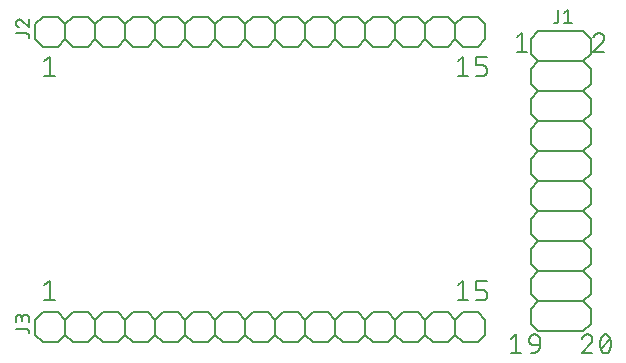
<source format=gbr>
G04 EAGLE Gerber RS-274X export*
G75*
%MOMM*%
%FSLAX34Y34*%
%LPD*%
%INSilkscreen Top*%
%IPPOS*%
%AMOC8*
5,1,8,0,0,1.08239X$1,22.5*%
G01*
%ADD10C,0.152400*%
%ADD11C,0.127000*%


D10*
X45762Y263406D02*
X50278Y267018D01*
X50278Y250762D01*
X54793Y250762D02*
X45762Y250762D01*
X50278Y77018D02*
X45762Y73406D01*
X50278Y77018D02*
X50278Y60762D01*
X54793Y60762D02*
X45762Y60762D01*
X395762Y263406D02*
X400278Y267018D01*
X400278Y250762D01*
X404793Y250762D02*
X395762Y250762D01*
X411393Y250762D02*
X416812Y250762D01*
X416930Y250764D01*
X417048Y250770D01*
X417166Y250779D01*
X417283Y250793D01*
X417400Y250810D01*
X417517Y250831D01*
X417632Y250856D01*
X417747Y250885D01*
X417861Y250918D01*
X417973Y250954D01*
X418084Y250994D01*
X418194Y251037D01*
X418303Y251084D01*
X418410Y251134D01*
X418515Y251189D01*
X418618Y251246D01*
X418719Y251307D01*
X418819Y251371D01*
X418916Y251438D01*
X419011Y251508D01*
X419103Y251582D01*
X419194Y251658D01*
X419281Y251738D01*
X419366Y251820D01*
X419448Y251905D01*
X419528Y251992D01*
X419604Y252083D01*
X419678Y252175D01*
X419748Y252270D01*
X419815Y252367D01*
X419879Y252467D01*
X419940Y252568D01*
X419997Y252671D01*
X420052Y252776D01*
X420102Y252883D01*
X420149Y252992D01*
X420192Y253102D01*
X420232Y253213D01*
X420268Y253325D01*
X420301Y253439D01*
X420330Y253554D01*
X420355Y253669D01*
X420376Y253786D01*
X420393Y253903D01*
X420407Y254020D01*
X420416Y254138D01*
X420422Y254256D01*
X420424Y254374D01*
X420424Y256181D01*
X420422Y256299D01*
X420416Y256417D01*
X420407Y256535D01*
X420393Y256652D01*
X420376Y256769D01*
X420355Y256886D01*
X420330Y257001D01*
X420301Y257116D01*
X420268Y257230D01*
X420232Y257342D01*
X420192Y257453D01*
X420149Y257563D01*
X420102Y257672D01*
X420052Y257779D01*
X419997Y257884D01*
X419940Y257987D01*
X419879Y258088D01*
X419815Y258188D01*
X419748Y258285D01*
X419678Y258380D01*
X419604Y258472D01*
X419528Y258563D01*
X419448Y258650D01*
X419366Y258735D01*
X419281Y258817D01*
X419194Y258897D01*
X419103Y258973D01*
X419011Y259047D01*
X418916Y259117D01*
X418819Y259184D01*
X418719Y259248D01*
X418618Y259309D01*
X418515Y259366D01*
X418410Y259421D01*
X418303Y259471D01*
X418194Y259518D01*
X418084Y259561D01*
X417973Y259601D01*
X417861Y259637D01*
X417747Y259670D01*
X417632Y259699D01*
X417517Y259724D01*
X417400Y259745D01*
X417283Y259762D01*
X417166Y259776D01*
X417048Y259785D01*
X416930Y259791D01*
X416812Y259793D01*
X411393Y259793D01*
X411393Y267018D01*
X420424Y267018D01*
X400278Y77018D02*
X395762Y73406D01*
X400278Y77018D02*
X400278Y60762D01*
X404793Y60762D02*
X395762Y60762D01*
X411393Y60762D02*
X416812Y60762D01*
X416930Y60764D01*
X417048Y60770D01*
X417166Y60779D01*
X417283Y60793D01*
X417400Y60810D01*
X417517Y60831D01*
X417632Y60856D01*
X417747Y60885D01*
X417861Y60918D01*
X417973Y60954D01*
X418084Y60994D01*
X418194Y61037D01*
X418303Y61084D01*
X418410Y61134D01*
X418515Y61189D01*
X418618Y61246D01*
X418719Y61307D01*
X418819Y61371D01*
X418916Y61438D01*
X419011Y61508D01*
X419103Y61582D01*
X419194Y61658D01*
X419281Y61738D01*
X419366Y61820D01*
X419448Y61905D01*
X419528Y61992D01*
X419604Y62083D01*
X419678Y62175D01*
X419748Y62270D01*
X419815Y62367D01*
X419879Y62467D01*
X419940Y62568D01*
X419997Y62671D01*
X420052Y62776D01*
X420102Y62883D01*
X420149Y62992D01*
X420192Y63102D01*
X420232Y63213D01*
X420268Y63325D01*
X420301Y63439D01*
X420330Y63554D01*
X420355Y63669D01*
X420376Y63786D01*
X420393Y63903D01*
X420407Y64020D01*
X420416Y64138D01*
X420422Y64256D01*
X420424Y64374D01*
X420424Y66181D01*
X420422Y66299D01*
X420416Y66417D01*
X420407Y66535D01*
X420393Y66652D01*
X420376Y66769D01*
X420355Y66886D01*
X420330Y67001D01*
X420301Y67116D01*
X420268Y67230D01*
X420232Y67342D01*
X420192Y67453D01*
X420149Y67563D01*
X420102Y67672D01*
X420052Y67779D01*
X419997Y67884D01*
X419940Y67987D01*
X419879Y68088D01*
X419815Y68188D01*
X419748Y68285D01*
X419678Y68380D01*
X419604Y68472D01*
X419528Y68563D01*
X419448Y68650D01*
X419366Y68735D01*
X419281Y68817D01*
X419194Y68897D01*
X419103Y68973D01*
X419011Y69047D01*
X418916Y69117D01*
X418819Y69184D01*
X418719Y69248D01*
X418618Y69309D01*
X418515Y69366D01*
X418410Y69421D01*
X418303Y69471D01*
X418194Y69518D01*
X418084Y69561D01*
X417973Y69601D01*
X417861Y69637D01*
X417747Y69670D01*
X417632Y69699D01*
X417517Y69724D01*
X417400Y69745D01*
X417283Y69762D01*
X417166Y69776D01*
X417048Y69785D01*
X416930Y69791D01*
X416812Y69793D01*
X411393Y69793D01*
X411393Y77018D01*
X420424Y77018D01*
X519793Y282954D02*
X519791Y283079D01*
X519785Y283204D01*
X519776Y283329D01*
X519762Y283453D01*
X519745Y283577D01*
X519724Y283701D01*
X519699Y283823D01*
X519670Y283945D01*
X519638Y284066D01*
X519602Y284186D01*
X519562Y284305D01*
X519519Y284422D01*
X519472Y284538D01*
X519421Y284653D01*
X519367Y284765D01*
X519309Y284877D01*
X519249Y284986D01*
X519184Y285093D01*
X519117Y285199D01*
X519046Y285302D01*
X518972Y285403D01*
X518895Y285502D01*
X518815Y285598D01*
X518732Y285692D01*
X518647Y285783D01*
X518558Y285872D01*
X518467Y285957D01*
X518373Y286040D01*
X518277Y286120D01*
X518178Y286197D01*
X518077Y286271D01*
X517974Y286342D01*
X517868Y286409D01*
X517761Y286474D01*
X517652Y286534D01*
X517540Y286592D01*
X517428Y286646D01*
X517313Y286697D01*
X517197Y286744D01*
X517080Y286787D01*
X516961Y286827D01*
X516841Y286863D01*
X516720Y286895D01*
X516598Y286924D01*
X516476Y286949D01*
X516352Y286970D01*
X516228Y286987D01*
X516104Y287001D01*
X515979Y287010D01*
X515854Y287016D01*
X515729Y287018D01*
X515586Y287016D01*
X515444Y287010D01*
X515301Y287000D01*
X515159Y286987D01*
X515018Y286969D01*
X514876Y286948D01*
X514736Y286923D01*
X514596Y286894D01*
X514457Y286861D01*
X514319Y286824D01*
X514182Y286784D01*
X514047Y286740D01*
X513912Y286692D01*
X513779Y286640D01*
X513647Y286585D01*
X513517Y286526D01*
X513389Y286464D01*
X513262Y286398D01*
X513137Y286329D01*
X513014Y286257D01*
X512894Y286181D01*
X512775Y286102D01*
X512658Y286019D01*
X512544Y285934D01*
X512432Y285845D01*
X512323Y285754D01*
X512216Y285659D01*
X512111Y285562D01*
X512010Y285461D01*
X511911Y285358D01*
X511815Y285253D01*
X511722Y285144D01*
X511632Y285033D01*
X511545Y284920D01*
X511461Y284805D01*
X511381Y284687D01*
X511303Y284567D01*
X511229Y284445D01*
X511159Y284321D01*
X511091Y284195D01*
X511028Y284067D01*
X510967Y283938D01*
X510910Y283807D01*
X510857Y283675D01*
X510808Y283541D01*
X510762Y283406D01*
X518438Y279793D02*
X518532Y279885D01*
X518622Y279979D01*
X518710Y280076D01*
X518795Y280176D01*
X518877Y280278D01*
X518956Y280383D01*
X519031Y280490D01*
X519103Y280599D01*
X519172Y280710D01*
X519238Y280824D01*
X519300Y280939D01*
X519359Y281056D01*
X519414Y281175D01*
X519465Y281295D01*
X519513Y281417D01*
X519558Y281540D01*
X519598Y281664D01*
X519635Y281790D01*
X519668Y281917D01*
X519697Y282044D01*
X519723Y282173D01*
X519744Y282302D01*
X519762Y282432D01*
X519775Y282562D01*
X519785Y282692D01*
X519791Y282823D01*
X519793Y282954D01*
X518438Y279793D02*
X510762Y270762D01*
X519793Y270762D01*
X505729Y32018D02*
X505854Y32016D01*
X505979Y32010D01*
X506104Y32001D01*
X506228Y31987D01*
X506352Y31970D01*
X506476Y31949D01*
X506598Y31924D01*
X506720Y31895D01*
X506841Y31863D01*
X506961Y31827D01*
X507080Y31787D01*
X507197Y31744D01*
X507313Y31697D01*
X507428Y31646D01*
X507540Y31592D01*
X507652Y31534D01*
X507761Y31474D01*
X507868Y31409D01*
X507974Y31342D01*
X508077Y31271D01*
X508178Y31197D01*
X508277Y31120D01*
X508373Y31040D01*
X508467Y30957D01*
X508558Y30872D01*
X508647Y30783D01*
X508732Y30692D01*
X508815Y30598D01*
X508895Y30502D01*
X508972Y30403D01*
X509046Y30302D01*
X509117Y30199D01*
X509184Y30093D01*
X509249Y29986D01*
X509309Y29877D01*
X509367Y29765D01*
X509421Y29653D01*
X509472Y29538D01*
X509519Y29422D01*
X509562Y29305D01*
X509602Y29186D01*
X509638Y29066D01*
X509670Y28945D01*
X509699Y28823D01*
X509724Y28701D01*
X509745Y28577D01*
X509762Y28453D01*
X509776Y28329D01*
X509785Y28204D01*
X509791Y28079D01*
X509793Y27954D01*
X505729Y32018D02*
X505586Y32016D01*
X505444Y32010D01*
X505301Y32000D01*
X505159Y31987D01*
X505018Y31969D01*
X504876Y31948D01*
X504736Y31923D01*
X504596Y31894D01*
X504457Y31861D01*
X504319Y31824D01*
X504182Y31784D01*
X504047Y31740D01*
X503912Y31692D01*
X503779Y31640D01*
X503647Y31585D01*
X503517Y31526D01*
X503389Y31464D01*
X503262Y31398D01*
X503137Y31329D01*
X503014Y31257D01*
X502894Y31181D01*
X502775Y31102D01*
X502658Y31019D01*
X502544Y30934D01*
X502432Y30845D01*
X502323Y30754D01*
X502216Y30659D01*
X502111Y30562D01*
X502010Y30461D01*
X501911Y30358D01*
X501815Y30253D01*
X501722Y30144D01*
X501632Y30033D01*
X501545Y29920D01*
X501461Y29805D01*
X501381Y29687D01*
X501303Y29567D01*
X501229Y29445D01*
X501159Y29321D01*
X501091Y29195D01*
X501028Y29067D01*
X500967Y28938D01*
X500910Y28807D01*
X500857Y28675D01*
X500808Y28541D01*
X500762Y28406D01*
X508438Y24793D02*
X508532Y24885D01*
X508622Y24979D01*
X508710Y25076D01*
X508795Y25176D01*
X508877Y25278D01*
X508956Y25383D01*
X509031Y25490D01*
X509103Y25599D01*
X509172Y25710D01*
X509238Y25824D01*
X509300Y25939D01*
X509359Y26056D01*
X509414Y26175D01*
X509465Y26295D01*
X509513Y26417D01*
X509558Y26540D01*
X509598Y26664D01*
X509635Y26790D01*
X509668Y26917D01*
X509697Y27044D01*
X509723Y27173D01*
X509744Y27302D01*
X509762Y27432D01*
X509775Y27562D01*
X509785Y27692D01*
X509791Y27823D01*
X509793Y27954D01*
X508438Y24793D02*
X500762Y15762D01*
X509793Y15762D01*
X516393Y23890D02*
X516397Y24210D01*
X516408Y24529D01*
X516427Y24849D01*
X516454Y25167D01*
X516488Y25485D01*
X516530Y25802D01*
X516580Y26118D01*
X516637Y26433D01*
X516701Y26746D01*
X516773Y27058D01*
X516852Y27368D01*
X516939Y27675D01*
X517033Y27981D01*
X517134Y28284D01*
X517243Y28585D01*
X517358Y28883D01*
X517481Y29179D01*
X517611Y29471D01*
X517748Y29760D01*
X517748Y29761D02*
X517787Y29869D01*
X517830Y29976D01*
X517876Y30081D01*
X517927Y30185D01*
X517980Y30287D01*
X518037Y30387D01*
X518098Y30485D01*
X518162Y30580D01*
X518229Y30674D01*
X518300Y30765D01*
X518373Y30854D01*
X518450Y30940D01*
X518529Y31023D01*
X518611Y31104D01*
X518696Y31182D01*
X518784Y31256D01*
X518874Y31328D01*
X518966Y31396D01*
X519061Y31462D01*
X519158Y31524D01*
X519257Y31582D01*
X519359Y31638D01*
X519461Y31689D01*
X519566Y31737D01*
X519672Y31782D01*
X519780Y31823D01*
X519889Y31860D01*
X519999Y31893D01*
X520111Y31922D01*
X520223Y31948D01*
X520336Y31970D01*
X520450Y31987D01*
X520564Y32001D01*
X520679Y32011D01*
X520794Y32017D01*
X520909Y32019D01*
X520909Y32018D02*
X521024Y32016D01*
X521139Y32010D01*
X521254Y32000D01*
X521368Y31986D01*
X521482Y31969D01*
X521595Y31947D01*
X521707Y31921D01*
X521819Y31892D01*
X521929Y31859D01*
X522038Y31822D01*
X522146Y31781D01*
X522252Y31736D01*
X522357Y31688D01*
X522459Y31637D01*
X522560Y31581D01*
X522660Y31523D01*
X522757Y31461D01*
X522851Y31396D01*
X522944Y31327D01*
X523034Y31255D01*
X523122Y31181D01*
X523207Y31103D01*
X523289Y31022D01*
X523368Y30939D01*
X523445Y30853D01*
X523518Y30764D01*
X523589Y30673D01*
X523656Y30579D01*
X523720Y30484D01*
X523781Y30386D01*
X523838Y30286D01*
X523891Y30184D01*
X523942Y30080D01*
X523988Y29975D01*
X524031Y29868D01*
X524070Y29760D01*
X524069Y29760D02*
X524206Y29471D01*
X524336Y29179D01*
X524459Y28883D01*
X524574Y28585D01*
X524683Y28284D01*
X524784Y27981D01*
X524878Y27675D01*
X524965Y27368D01*
X525044Y27058D01*
X525116Y26746D01*
X525180Y26433D01*
X525237Y26118D01*
X525287Y25802D01*
X525329Y25485D01*
X525363Y25167D01*
X525390Y24849D01*
X525409Y24529D01*
X525420Y24210D01*
X525424Y23890D01*
X516394Y23890D02*
X516398Y23570D01*
X516409Y23251D01*
X516428Y22931D01*
X516455Y22613D01*
X516489Y22295D01*
X516531Y21978D01*
X516581Y21662D01*
X516638Y21347D01*
X516702Y21034D01*
X516774Y20722D01*
X516853Y20412D01*
X516940Y20105D01*
X517034Y19799D01*
X517135Y19496D01*
X517244Y19195D01*
X517359Y18897D01*
X517482Y18601D01*
X517612Y18309D01*
X517749Y18020D01*
X517748Y18020D02*
X517787Y17912D01*
X517830Y17805D01*
X517876Y17700D01*
X517927Y17596D01*
X517980Y17494D01*
X518037Y17394D01*
X518098Y17296D01*
X518162Y17201D01*
X518229Y17107D01*
X518300Y17016D01*
X518373Y16927D01*
X518450Y16841D01*
X518529Y16758D01*
X518611Y16677D01*
X518696Y16599D01*
X518784Y16525D01*
X518874Y16453D01*
X518967Y16384D01*
X519061Y16319D01*
X519158Y16257D01*
X519258Y16199D01*
X519359Y16143D01*
X519461Y16092D01*
X519566Y16044D01*
X519672Y15999D01*
X519780Y15958D01*
X519889Y15921D01*
X519999Y15888D01*
X520111Y15859D01*
X520223Y15833D01*
X520336Y15811D01*
X520450Y15794D01*
X520564Y15780D01*
X520679Y15770D01*
X520794Y15764D01*
X520909Y15762D01*
X524069Y18020D02*
X524206Y18309D01*
X524336Y18601D01*
X524459Y18897D01*
X524574Y19195D01*
X524683Y19496D01*
X524784Y19799D01*
X524878Y20105D01*
X524965Y20412D01*
X525044Y20722D01*
X525116Y21034D01*
X525180Y21347D01*
X525237Y21662D01*
X525287Y21978D01*
X525329Y22295D01*
X525363Y22613D01*
X525390Y22931D01*
X525409Y23251D01*
X525420Y23570D01*
X525424Y23890D01*
X524070Y18020D02*
X524031Y17912D01*
X523988Y17805D01*
X523942Y17700D01*
X523891Y17596D01*
X523838Y17494D01*
X523781Y17394D01*
X523720Y17296D01*
X523656Y17201D01*
X523589Y17107D01*
X523518Y17016D01*
X523445Y16927D01*
X523368Y16841D01*
X523289Y16758D01*
X523207Y16677D01*
X523122Y16599D01*
X523034Y16525D01*
X522944Y16453D01*
X522851Y16384D01*
X522757Y16319D01*
X522660Y16257D01*
X522560Y16199D01*
X522459Y16143D01*
X522356Y16092D01*
X522252Y16044D01*
X522146Y15999D01*
X522038Y15958D01*
X521929Y15921D01*
X521819Y15888D01*
X521707Y15859D01*
X521595Y15833D01*
X521482Y15811D01*
X521368Y15794D01*
X521254Y15780D01*
X521139Y15770D01*
X521024Y15764D01*
X520909Y15762D01*
X517296Y19374D02*
X524521Y28406D01*
X445278Y32018D02*
X440762Y28406D01*
X445278Y32018D02*
X445278Y15762D01*
X449793Y15762D02*
X440762Y15762D01*
X460006Y22987D02*
X465424Y22987D01*
X460006Y22987D02*
X459888Y22989D01*
X459770Y22995D01*
X459652Y23004D01*
X459535Y23018D01*
X459418Y23035D01*
X459301Y23056D01*
X459186Y23081D01*
X459071Y23110D01*
X458957Y23143D01*
X458845Y23179D01*
X458734Y23219D01*
X458624Y23262D01*
X458515Y23309D01*
X458408Y23359D01*
X458303Y23414D01*
X458200Y23471D01*
X458099Y23532D01*
X457999Y23596D01*
X457902Y23663D01*
X457807Y23733D01*
X457715Y23807D01*
X457624Y23883D01*
X457537Y23963D01*
X457452Y24045D01*
X457370Y24130D01*
X457290Y24217D01*
X457214Y24308D01*
X457140Y24400D01*
X457070Y24495D01*
X457003Y24592D01*
X456939Y24692D01*
X456878Y24793D01*
X456821Y24896D01*
X456766Y25001D01*
X456716Y25108D01*
X456669Y25217D01*
X456626Y25327D01*
X456586Y25438D01*
X456550Y25550D01*
X456517Y25664D01*
X456488Y25779D01*
X456463Y25894D01*
X456442Y26011D01*
X456425Y26128D01*
X456411Y26245D01*
X456402Y26363D01*
X456396Y26481D01*
X456394Y26599D01*
X456393Y26599D02*
X456393Y27502D01*
X456395Y27635D01*
X456401Y27767D01*
X456411Y27899D01*
X456424Y28031D01*
X456442Y28163D01*
X456463Y28293D01*
X456488Y28424D01*
X456517Y28553D01*
X456550Y28681D01*
X456586Y28809D01*
X456626Y28935D01*
X456670Y29060D01*
X456718Y29184D01*
X456769Y29306D01*
X456824Y29427D01*
X456882Y29546D01*
X456944Y29664D01*
X457009Y29779D01*
X457078Y29893D01*
X457149Y30004D01*
X457225Y30113D01*
X457303Y30220D01*
X457384Y30325D01*
X457469Y30427D01*
X457556Y30527D01*
X457646Y30624D01*
X457739Y30719D01*
X457835Y30810D01*
X457933Y30899D01*
X458034Y30985D01*
X458138Y31068D01*
X458244Y31148D01*
X458352Y31224D01*
X458462Y31298D01*
X458575Y31368D01*
X458689Y31435D01*
X458806Y31498D01*
X458924Y31558D01*
X459044Y31615D01*
X459166Y31668D01*
X459289Y31717D01*
X459413Y31763D01*
X459539Y31805D01*
X459666Y31843D01*
X459794Y31878D01*
X459923Y31909D01*
X460052Y31936D01*
X460183Y31959D01*
X460314Y31979D01*
X460446Y31994D01*
X460578Y32006D01*
X460710Y32014D01*
X460843Y32018D01*
X460975Y32018D01*
X461108Y32014D01*
X461240Y32006D01*
X461372Y31994D01*
X461504Y31979D01*
X461635Y31959D01*
X461766Y31936D01*
X461895Y31909D01*
X462024Y31878D01*
X462152Y31843D01*
X462279Y31805D01*
X462405Y31763D01*
X462529Y31717D01*
X462652Y31668D01*
X462774Y31615D01*
X462894Y31558D01*
X463012Y31498D01*
X463129Y31435D01*
X463243Y31368D01*
X463356Y31298D01*
X463466Y31224D01*
X463574Y31148D01*
X463680Y31068D01*
X463784Y30985D01*
X463885Y30899D01*
X463983Y30810D01*
X464079Y30719D01*
X464172Y30624D01*
X464262Y30527D01*
X464349Y30427D01*
X464434Y30325D01*
X464515Y30220D01*
X464593Y30113D01*
X464669Y30004D01*
X464740Y29893D01*
X464809Y29779D01*
X464874Y29664D01*
X464936Y29546D01*
X464994Y29427D01*
X465049Y29306D01*
X465100Y29184D01*
X465148Y29060D01*
X465192Y28935D01*
X465232Y28809D01*
X465268Y28681D01*
X465301Y28553D01*
X465330Y28424D01*
X465355Y28293D01*
X465376Y28163D01*
X465394Y28031D01*
X465407Y27899D01*
X465417Y27767D01*
X465423Y27635D01*
X465425Y27502D01*
X465424Y27502D02*
X465424Y22987D01*
X465422Y22812D01*
X465416Y22638D01*
X465405Y22464D01*
X465390Y22290D01*
X465371Y22116D01*
X465348Y21943D01*
X465321Y21771D01*
X465289Y21599D01*
X465254Y21428D01*
X465214Y21258D01*
X465170Y21089D01*
X465122Y20921D01*
X465070Y20754D01*
X465014Y20589D01*
X464954Y20425D01*
X464891Y20262D01*
X464823Y20102D01*
X464751Y19942D01*
X464676Y19785D01*
X464596Y19629D01*
X464513Y19476D01*
X464427Y19324D01*
X464336Y19175D01*
X464242Y19028D01*
X464145Y18883D01*
X464044Y18740D01*
X463940Y18600D01*
X463832Y18463D01*
X463721Y18328D01*
X463607Y18196D01*
X463490Y18067D01*
X463369Y17940D01*
X463246Y17817D01*
X463119Y17696D01*
X462990Y17579D01*
X462858Y17465D01*
X462723Y17354D01*
X462586Y17246D01*
X462446Y17142D01*
X462303Y17041D01*
X462158Y16944D01*
X462011Y16850D01*
X461862Y16759D01*
X461710Y16673D01*
X461557Y16590D01*
X461401Y16510D01*
X461244Y16435D01*
X461084Y16363D01*
X460924Y16295D01*
X460761Y16232D01*
X460597Y16172D01*
X460432Y16116D01*
X460265Y16064D01*
X460097Y16016D01*
X459928Y15972D01*
X459758Y15932D01*
X459587Y15897D01*
X459415Y15865D01*
X459243Y15838D01*
X459070Y15815D01*
X458896Y15796D01*
X458722Y15781D01*
X458548Y15770D01*
X458374Y15764D01*
X458199Y15762D01*
X445762Y283406D02*
X450278Y287018D01*
X450278Y270762D01*
X454793Y270762D02*
X445762Y270762D01*
X457700Y282350D02*
X464050Y288700D01*
X457700Y269650D02*
X464050Y263300D01*
X457700Y256950D01*
X457700Y244250D02*
X464050Y237900D01*
X457700Y231550D01*
X457700Y218850D02*
X464050Y212500D01*
X457700Y206150D01*
X457700Y193450D02*
X464050Y187100D01*
X457700Y180750D01*
X457700Y168050D02*
X464050Y161700D01*
X457700Y155350D01*
X457700Y142650D02*
X464050Y136300D01*
X464050Y288700D02*
X502150Y288700D01*
X508500Y282350D01*
X508500Y269650D01*
X502150Y263300D01*
X508500Y256950D01*
X508500Y244250D01*
X502150Y237900D01*
X508500Y231550D01*
X508500Y218850D01*
X502150Y212500D01*
X508500Y206150D01*
X508500Y193450D01*
X502150Y187100D01*
X508500Y180750D01*
X508500Y168050D01*
X502150Y161700D01*
X508500Y155350D01*
X508500Y142650D01*
X502150Y136300D01*
X508500Y129950D01*
X508500Y117250D01*
X502150Y110900D01*
X508500Y104550D01*
X508500Y91850D01*
X502150Y85500D01*
X508500Y79150D01*
X508500Y66450D01*
X502150Y60100D01*
X464050Y60100D02*
X457700Y66450D01*
X457700Y79150D02*
X464050Y85500D01*
X457700Y91850D01*
X457700Y104550D02*
X464050Y110900D01*
X457700Y117250D01*
X457700Y129950D02*
X464050Y136300D01*
X464050Y263300D02*
X502150Y263300D01*
X502150Y237900D02*
X464050Y237900D01*
X464050Y212500D02*
X502150Y212500D01*
X502150Y187100D02*
X464050Y187100D01*
X464050Y161700D02*
X502150Y161700D01*
X502150Y136300D02*
X464050Y136300D01*
X464050Y110900D02*
X502150Y110900D01*
X502150Y85500D02*
X464050Y85500D01*
X464050Y60100D02*
X502150Y60100D01*
X457700Y66450D02*
X457700Y79150D01*
X457700Y91850D02*
X457700Y104550D01*
X457700Y117250D02*
X457700Y129950D01*
X457700Y142650D02*
X457700Y155350D01*
X457700Y168050D02*
X457700Y180750D01*
X457700Y193450D02*
X457700Y206150D01*
X457700Y218850D02*
X457700Y231550D01*
X457700Y244250D02*
X457700Y256950D01*
X457700Y269650D02*
X457700Y282350D01*
X502150Y60100D02*
X508500Y53750D01*
X508500Y41050D01*
X502150Y34700D01*
X464050Y34700D02*
X457700Y41050D01*
X457700Y53750D02*
X464050Y60100D01*
X464050Y34700D02*
X502150Y34700D01*
X457700Y41050D02*
X457700Y53750D01*
D11*
X480745Y298025D02*
X480745Y306915D01*
X480745Y298025D02*
X480743Y297925D01*
X480737Y297826D01*
X480727Y297726D01*
X480714Y297628D01*
X480696Y297529D01*
X480675Y297432D01*
X480650Y297336D01*
X480621Y297240D01*
X480588Y297146D01*
X480552Y297053D01*
X480512Y296962D01*
X480468Y296872D01*
X480421Y296784D01*
X480371Y296698D01*
X480317Y296614D01*
X480260Y296532D01*
X480200Y296453D01*
X480136Y296375D01*
X480070Y296301D01*
X480001Y296229D01*
X479929Y296160D01*
X479855Y296094D01*
X479777Y296030D01*
X479698Y295970D01*
X479616Y295913D01*
X479532Y295859D01*
X479446Y295809D01*
X479358Y295762D01*
X479268Y295718D01*
X479177Y295678D01*
X479084Y295642D01*
X478990Y295609D01*
X478894Y295580D01*
X478798Y295555D01*
X478701Y295534D01*
X478602Y295516D01*
X478504Y295503D01*
X478404Y295493D01*
X478305Y295487D01*
X478205Y295485D01*
X476935Y295485D01*
X486154Y304375D02*
X489329Y306915D01*
X489329Y295485D01*
X486154Y295485D02*
X492504Y295485D01*
D10*
X361950Y300800D02*
X349250Y300800D01*
X361950Y300800D02*
X368300Y294450D01*
X368300Y281750D01*
X361950Y275400D01*
X368300Y294450D02*
X374650Y300800D01*
X387350Y300800D01*
X393700Y294450D01*
X393700Y281750D01*
X387350Y275400D01*
X374650Y275400D01*
X368300Y281750D01*
X323850Y300800D02*
X317500Y294450D01*
X323850Y300800D02*
X336550Y300800D01*
X342900Y294450D01*
X342900Y281750D01*
X336550Y275400D01*
X323850Y275400D01*
X317500Y281750D01*
X342900Y294450D02*
X349250Y300800D01*
X342900Y281750D02*
X349250Y275400D01*
X361950Y275400D01*
X285750Y300800D02*
X273050Y300800D01*
X285750Y300800D02*
X292100Y294450D01*
X292100Y281750D01*
X285750Y275400D01*
X292100Y294450D02*
X298450Y300800D01*
X311150Y300800D01*
X317500Y294450D01*
X317500Y281750D01*
X311150Y275400D01*
X298450Y275400D01*
X292100Y281750D01*
X247650Y300800D02*
X241300Y294450D01*
X247650Y300800D02*
X260350Y300800D01*
X266700Y294450D01*
X266700Y281750D01*
X260350Y275400D01*
X247650Y275400D01*
X241300Y281750D01*
X266700Y294450D02*
X273050Y300800D01*
X266700Y281750D02*
X273050Y275400D01*
X285750Y275400D01*
X209550Y300800D02*
X196850Y300800D01*
X209550Y300800D02*
X215900Y294450D01*
X215900Y281750D01*
X209550Y275400D01*
X215900Y294450D02*
X222250Y300800D01*
X234950Y300800D01*
X241300Y294450D01*
X241300Y281750D01*
X234950Y275400D01*
X222250Y275400D01*
X215900Y281750D01*
X171450Y300800D02*
X165100Y294450D01*
X171450Y300800D02*
X184150Y300800D01*
X190500Y294450D01*
X190500Y281750D01*
X184150Y275400D01*
X171450Y275400D01*
X165100Y281750D01*
X190500Y294450D02*
X196850Y300800D01*
X190500Y281750D02*
X196850Y275400D01*
X209550Y275400D01*
X133350Y300800D02*
X120650Y300800D01*
X133350Y300800D02*
X139700Y294450D01*
X139700Y281750D01*
X133350Y275400D01*
X139700Y294450D02*
X146050Y300800D01*
X158750Y300800D01*
X165100Y294450D01*
X165100Y281750D01*
X158750Y275400D01*
X146050Y275400D01*
X139700Y281750D01*
X95250Y300800D02*
X88900Y294450D01*
X95250Y300800D02*
X107950Y300800D01*
X114300Y294450D01*
X114300Y281750D01*
X107950Y275400D01*
X95250Y275400D01*
X88900Y281750D01*
X114300Y294450D02*
X120650Y300800D01*
X114300Y281750D02*
X120650Y275400D01*
X133350Y275400D01*
X57150Y300800D02*
X44450Y300800D01*
X57150Y300800D02*
X63500Y294450D01*
X63500Y281750D01*
X57150Y275400D01*
X63500Y294450D02*
X69850Y300800D01*
X82550Y300800D01*
X88900Y294450D01*
X88900Y281750D01*
X82550Y275400D01*
X69850Y275400D01*
X63500Y281750D01*
X38100Y281750D02*
X38100Y294450D01*
X44450Y300800D01*
X38100Y281750D02*
X44450Y275400D01*
X57150Y275400D01*
X393700Y294450D02*
X400050Y300800D01*
X412750Y300800D01*
X419100Y294450D01*
X419100Y281750D01*
X412750Y275400D01*
X400050Y275400D01*
X393700Y281750D01*
D11*
X30437Y286783D02*
X21547Y286783D01*
X30437Y286783D02*
X30537Y286781D01*
X30636Y286775D01*
X30736Y286765D01*
X30834Y286752D01*
X30933Y286734D01*
X31030Y286713D01*
X31126Y286688D01*
X31222Y286659D01*
X31316Y286626D01*
X31409Y286590D01*
X31500Y286550D01*
X31590Y286506D01*
X31678Y286459D01*
X31764Y286409D01*
X31848Y286355D01*
X31930Y286298D01*
X32009Y286238D01*
X32087Y286174D01*
X32161Y286108D01*
X32233Y286039D01*
X32302Y285967D01*
X32368Y285893D01*
X32432Y285815D01*
X32492Y285736D01*
X32549Y285654D01*
X32603Y285570D01*
X32653Y285484D01*
X32700Y285396D01*
X32744Y285306D01*
X32784Y285215D01*
X32820Y285122D01*
X32853Y285028D01*
X32882Y284932D01*
X32907Y284836D01*
X32928Y284739D01*
X32946Y284640D01*
X32959Y284542D01*
X32969Y284442D01*
X32975Y284343D01*
X32977Y284243D01*
X32977Y282973D01*
X21547Y295684D02*
X21549Y295788D01*
X21555Y295893D01*
X21564Y295997D01*
X21577Y296100D01*
X21595Y296203D01*
X21615Y296305D01*
X21640Y296407D01*
X21668Y296507D01*
X21700Y296607D01*
X21736Y296705D01*
X21775Y296802D01*
X21817Y296897D01*
X21863Y296991D01*
X21913Y297083D01*
X21965Y297173D01*
X22021Y297261D01*
X22081Y297347D01*
X22143Y297431D01*
X22208Y297512D01*
X22276Y297591D01*
X22348Y297668D01*
X22421Y297741D01*
X22498Y297813D01*
X22577Y297881D01*
X22658Y297946D01*
X22742Y298008D01*
X22828Y298068D01*
X22916Y298124D01*
X23006Y298176D01*
X23098Y298226D01*
X23192Y298272D01*
X23287Y298314D01*
X23384Y298353D01*
X23482Y298389D01*
X23582Y298421D01*
X23682Y298449D01*
X23784Y298474D01*
X23886Y298494D01*
X23989Y298512D01*
X24092Y298525D01*
X24196Y298534D01*
X24301Y298540D01*
X24405Y298542D01*
X21547Y295684D02*
X21549Y295566D01*
X21555Y295447D01*
X21564Y295329D01*
X21577Y295212D01*
X21595Y295095D01*
X21615Y294978D01*
X21640Y294862D01*
X21668Y294747D01*
X21701Y294634D01*
X21736Y294521D01*
X21776Y294409D01*
X21818Y294299D01*
X21865Y294190D01*
X21915Y294082D01*
X21968Y293977D01*
X22025Y293873D01*
X22085Y293771D01*
X22148Y293671D01*
X22215Y293573D01*
X22284Y293477D01*
X22357Y293384D01*
X22433Y293293D01*
X22511Y293204D01*
X22593Y293118D01*
X22677Y293035D01*
X22763Y292954D01*
X22853Y292877D01*
X22944Y292802D01*
X23038Y292730D01*
X23135Y292661D01*
X23233Y292596D01*
X23334Y292533D01*
X23437Y292474D01*
X23541Y292418D01*
X23647Y292366D01*
X23755Y292317D01*
X23864Y292272D01*
X23975Y292230D01*
X24087Y292192D01*
X26627Y297590D02*
X26552Y297666D01*
X26473Y297741D01*
X26392Y297812D01*
X26308Y297881D01*
X26222Y297946D01*
X26134Y298008D01*
X26044Y298068D01*
X25952Y298124D01*
X25857Y298177D01*
X25761Y298226D01*
X25663Y298272D01*
X25564Y298315D01*
X25463Y298354D01*
X25361Y298389D01*
X25258Y298421D01*
X25154Y298449D01*
X25049Y298474D01*
X24942Y298495D01*
X24836Y298512D01*
X24729Y298525D01*
X24621Y298534D01*
X24513Y298540D01*
X24405Y298542D01*
X26627Y297589D02*
X32977Y292192D01*
X32977Y298542D01*
D10*
X349250Y50800D02*
X361950Y50800D01*
X368300Y44450D01*
X368300Y31750D01*
X361950Y25400D01*
X368300Y44450D02*
X374650Y50800D01*
X387350Y50800D01*
X393700Y44450D01*
X393700Y31750D01*
X387350Y25400D01*
X374650Y25400D01*
X368300Y31750D01*
X323850Y50800D02*
X317500Y44450D01*
X323850Y50800D02*
X336550Y50800D01*
X342900Y44450D01*
X342900Y31750D01*
X336550Y25400D01*
X323850Y25400D01*
X317500Y31750D01*
X342900Y44450D02*
X349250Y50800D01*
X342900Y31750D02*
X349250Y25400D01*
X361950Y25400D01*
X285750Y50800D02*
X273050Y50800D01*
X285750Y50800D02*
X292100Y44450D01*
X292100Y31750D01*
X285750Y25400D01*
X292100Y44450D02*
X298450Y50800D01*
X311150Y50800D01*
X317500Y44450D01*
X317500Y31750D01*
X311150Y25400D01*
X298450Y25400D01*
X292100Y31750D01*
X247650Y50800D02*
X241300Y44450D01*
X247650Y50800D02*
X260350Y50800D01*
X266700Y44450D01*
X266700Y31750D01*
X260350Y25400D01*
X247650Y25400D01*
X241300Y31750D01*
X266700Y44450D02*
X273050Y50800D01*
X266700Y31750D02*
X273050Y25400D01*
X285750Y25400D01*
X209550Y50800D02*
X196850Y50800D01*
X209550Y50800D02*
X215900Y44450D01*
X215900Y31750D01*
X209550Y25400D01*
X215900Y44450D02*
X222250Y50800D01*
X234950Y50800D01*
X241300Y44450D01*
X241300Y31750D01*
X234950Y25400D01*
X222250Y25400D01*
X215900Y31750D01*
X171450Y50800D02*
X165100Y44450D01*
X171450Y50800D02*
X184150Y50800D01*
X190500Y44450D01*
X190500Y31750D01*
X184150Y25400D01*
X171450Y25400D01*
X165100Y31750D01*
X190500Y44450D02*
X196850Y50800D01*
X190500Y31750D02*
X196850Y25400D01*
X209550Y25400D01*
X133350Y50800D02*
X120650Y50800D01*
X133350Y50800D02*
X139700Y44450D01*
X139700Y31750D01*
X133350Y25400D01*
X139700Y44450D02*
X146050Y50800D01*
X158750Y50800D01*
X165100Y44450D01*
X165100Y31750D01*
X158750Y25400D01*
X146050Y25400D01*
X139700Y31750D01*
X95250Y50800D02*
X88900Y44450D01*
X95250Y50800D02*
X107950Y50800D01*
X114300Y44450D01*
X114300Y31750D01*
X107950Y25400D01*
X95250Y25400D01*
X88900Y31750D01*
X114300Y44450D02*
X120650Y50800D01*
X114300Y31750D02*
X120650Y25400D01*
X133350Y25400D01*
X57150Y50800D02*
X44450Y50800D01*
X57150Y50800D02*
X63500Y44450D01*
X63500Y31750D01*
X57150Y25400D01*
X63500Y44450D02*
X69850Y50800D01*
X82550Y50800D01*
X88900Y44450D01*
X88900Y31750D01*
X82550Y25400D01*
X69850Y25400D01*
X63500Y31750D01*
X38100Y31750D02*
X38100Y44450D01*
X44450Y50800D01*
X38100Y31750D02*
X44450Y25400D01*
X57150Y25400D01*
X393700Y44450D02*
X400050Y50800D01*
X412750Y50800D01*
X419100Y44450D01*
X419100Y31750D01*
X412750Y25400D01*
X400050Y25400D01*
X393700Y31750D01*
D11*
X30437Y36783D02*
X21547Y36783D01*
X30437Y36783D02*
X30537Y36781D01*
X30636Y36775D01*
X30736Y36765D01*
X30834Y36752D01*
X30933Y36734D01*
X31030Y36713D01*
X31126Y36688D01*
X31222Y36659D01*
X31316Y36626D01*
X31409Y36590D01*
X31500Y36550D01*
X31590Y36506D01*
X31678Y36459D01*
X31764Y36409D01*
X31848Y36355D01*
X31930Y36298D01*
X32009Y36238D01*
X32087Y36174D01*
X32161Y36108D01*
X32233Y36039D01*
X32302Y35967D01*
X32368Y35893D01*
X32432Y35815D01*
X32492Y35736D01*
X32549Y35654D01*
X32603Y35570D01*
X32653Y35484D01*
X32700Y35396D01*
X32744Y35306D01*
X32784Y35215D01*
X32820Y35122D01*
X32853Y35028D01*
X32882Y34932D01*
X32907Y34836D01*
X32928Y34739D01*
X32946Y34640D01*
X32959Y34542D01*
X32969Y34442D01*
X32975Y34343D01*
X32977Y34243D01*
X32977Y32973D01*
X32977Y42192D02*
X32977Y45367D01*
X32975Y45478D01*
X32969Y45588D01*
X32960Y45699D01*
X32946Y45809D01*
X32929Y45918D01*
X32908Y46027D01*
X32883Y46135D01*
X32854Y46242D01*
X32822Y46348D01*
X32786Y46453D01*
X32746Y46556D01*
X32703Y46658D01*
X32656Y46759D01*
X32605Y46858D01*
X32552Y46955D01*
X32495Y47049D01*
X32434Y47142D01*
X32371Y47233D01*
X32304Y47322D01*
X32234Y47408D01*
X32161Y47491D01*
X32086Y47573D01*
X32008Y47651D01*
X31926Y47726D01*
X31843Y47799D01*
X31757Y47869D01*
X31668Y47936D01*
X31577Y47999D01*
X31484Y48060D01*
X31390Y48117D01*
X31293Y48170D01*
X31194Y48221D01*
X31093Y48268D01*
X30991Y48311D01*
X30888Y48351D01*
X30783Y48387D01*
X30677Y48419D01*
X30570Y48448D01*
X30462Y48473D01*
X30353Y48494D01*
X30244Y48511D01*
X30134Y48525D01*
X30023Y48534D01*
X29913Y48540D01*
X29802Y48542D01*
X29691Y48540D01*
X29581Y48534D01*
X29470Y48525D01*
X29360Y48511D01*
X29251Y48494D01*
X29142Y48473D01*
X29034Y48448D01*
X28927Y48419D01*
X28821Y48387D01*
X28716Y48351D01*
X28613Y48311D01*
X28511Y48268D01*
X28410Y48221D01*
X28311Y48170D01*
X28214Y48117D01*
X28120Y48060D01*
X28027Y47999D01*
X27936Y47936D01*
X27847Y47869D01*
X27761Y47799D01*
X27678Y47726D01*
X27596Y47651D01*
X27518Y47573D01*
X27443Y47491D01*
X27370Y47408D01*
X27300Y47322D01*
X27233Y47233D01*
X27170Y47142D01*
X27109Y47049D01*
X27052Y46954D01*
X26999Y46858D01*
X26948Y46759D01*
X26901Y46658D01*
X26858Y46556D01*
X26818Y46453D01*
X26782Y46348D01*
X26750Y46242D01*
X26721Y46135D01*
X26696Y46027D01*
X26675Y45918D01*
X26658Y45809D01*
X26644Y45699D01*
X26635Y45588D01*
X26629Y45478D01*
X26627Y45367D01*
X21547Y46002D02*
X21547Y42192D01*
X21547Y46002D02*
X21549Y46102D01*
X21555Y46201D01*
X21565Y46301D01*
X21578Y46399D01*
X21596Y46498D01*
X21617Y46595D01*
X21642Y46691D01*
X21671Y46787D01*
X21704Y46881D01*
X21740Y46974D01*
X21780Y47065D01*
X21824Y47155D01*
X21871Y47243D01*
X21921Y47329D01*
X21975Y47413D01*
X22032Y47495D01*
X22092Y47574D01*
X22156Y47652D01*
X22222Y47726D01*
X22291Y47798D01*
X22363Y47867D01*
X22437Y47933D01*
X22515Y47997D01*
X22594Y48057D01*
X22676Y48114D01*
X22760Y48168D01*
X22846Y48218D01*
X22934Y48265D01*
X23024Y48309D01*
X23115Y48349D01*
X23208Y48385D01*
X23302Y48418D01*
X23398Y48447D01*
X23494Y48472D01*
X23591Y48493D01*
X23690Y48511D01*
X23788Y48524D01*
X23888Y48534D01*
X23987Y48540D01*
X24087Y48542D01*
X24187Y48540D01*
X24286Y48534D01*
X24386Y48524D01*
X24484Y48511D01*
X24583Y48493D01*
X24680Y48472D01*
X24776Y48447D01*
X24872Y48418D01*
X24966Y48385D01*
X25059Y48349D01*
X25150Y48309D01*
X25240Y48265D01*
X25328Y48218D01*
X25414Y48168D01*
X25498Y48114D01*
X25580Y48057D01*
X25659Y47997D01*
X25737Y47933D01*
X25811Y47867D01*
X25883Y47798D01*
X25952Y47726D01*
X26018Y47652D01*
X26082Y47574D01*
X26142Y47495D01*
X26199Y47413D01*
X26253Y47329D01*
X26303Y47243D01*
X26350Y47155D01*
X26394Y47065D01*
X26434Y46974D01*
X26470Y46881D01*
X26503Y46787D01*
X26532Y46691D01*
X26557Y46595D01*
X26578Y46498D01*
X26596Y46399D01*
X26609Y46301D01*
X26619Y46201D01*
X26625Y46102D01*
X26627Y46002D01*
X26627Y43462D01*
M02*

</source>
